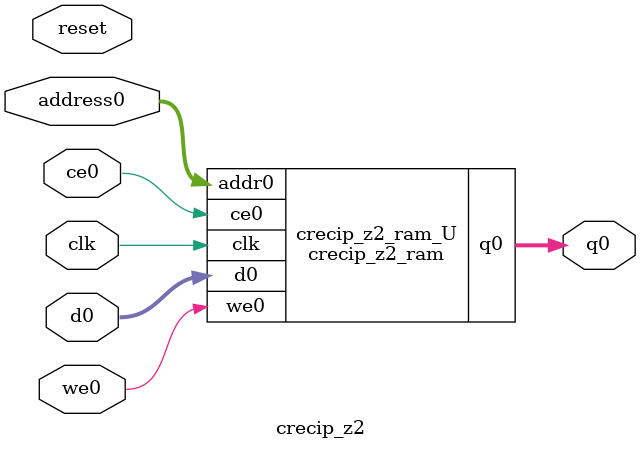
<source format=v>

`timescale 1 ns / 1 ps
module crecip_z2_ram (addr0, ce0, d0, we0, q0,  clk);

parameter DWIDTH = 64;
parameter AWIDTH = 4;
parameter MEM_SIZE = 10;

input[AWIDTH-1:0] addr0;
input ce0;
input[DWIDTH-1:0] d0;
input we0;
output reg[DWIDTH-1:0] q0;
input clk;

(* ram_style = "distributed" *)reg [DWIDTH-1:0] ram[0:MEM_SIZE-1];




always @(posedge clk)  
begin 
    if (ce0) 
    begin
        if (we0) 
        begin 
            ram[addr0] <= d0; 
            q0 <= d0;
        end 
        else 
            q0 <= ram[addr0];
    end
end


endmodule


`timescale 1 ns / 1 ps
module crecip_z2(
    reset,
    clk,
    address0,
    ce0,
    we0,
    d0,
    q0);

parameter DataWidth = 32'd64;
parameter AddressRange = 32'd10;
parameter AddressWidth = 32'd4;
input reset;
input clk;
input[AddressWidth - 1:0] address0;
input ce0;
input we0;
input[DataWidth - 1:0] d0;
output[DataWidth - 1:0] q0;



crecip_z2_ram crecip_z2_ram_U(
    .clk( clk ),
    .addr0( address0 ),
    .ce0( ce0 ),
    .d0( d0 ),
    .we0( we0 ),
    .q0( q0 ));

endmodule


</source>
